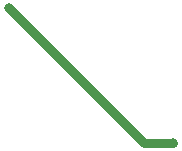
<source format=gbr>
%TF.GenerationSoftware,KiCad,Pcbnew,(5.1.9)-1*%
%TF.CreationDate,2021-05-10T22:24:52+08:00*%
%TF.ProjectId,MultiMifare,4d756c74-694d-4696-9661-72652e6b6963,rev?*%
%TF.SameCoordinates,Original*%
%TF.FileFunction,Copper,L2,Bot*%
%TF.FilePolarity,Positive*%
%FSLAX46Y46*%
G04 Gerber Fmt 4.6, Leading zero omitted, Abs format (unit mm)*
G04 Created by KiCad (PCBNEW (5.1.9)-1) date 2021-05-10 22:24:52*
%MOMM*%
%LPD*%
G01*
G04 APERTURE LIST*
%TA.AperFunction,ViaPad*%
%ADD10C,0.800000*%
%TD*%
%TA.AperFunction,Conductor*%
%ADD11C,0.762000*%
%TD*%
%ADD12C,0.350000*%
G04 APERTURE END LIST*
D10*
%TO.N,Net-(AE1-Pad2)*%
X145900000Y-116600000D03*
X131994000Y-105200000D03*
%TD*%
D11*
%TO.N,Net-(AE1-Pad2)*%
X143394000Y-116600000D02*
X143394000Y-116594000D01*
X132000000Y-105200000D02*
X131994000Y-105200000D01*
X143394000Y-116594000D02*
X132000000Y-105200000D01*
X143400000Y-116600000D02*
X143394000Y-116594000D01*
X145900000Y-116600000D02*
X143400000Y-116600000D01*
%TD*%
D12*
X145900000Y-116600000D03*
X131994000Y-105200000D03*
M02*

</source>
